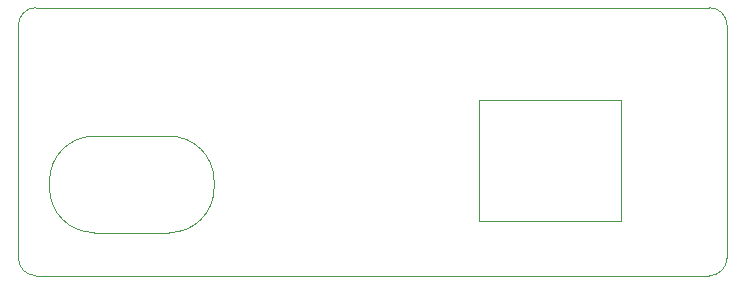
<source format=gbr>
%TF.GenerationSoftware,KiCad,Pcbnew,7.0.8*%
%TF.CreationDate,2023-10-31T13:23:19-04:00*%
%TF.ProjectId,panel2,70616e65-6c32-42e6-9b69-6361645f7063,rev?*%
%TF.SameCoordinates,Original*%
%TF.FileFunction,Profile,NP*%
%FSLAX46Y46*%
G04 Gerber Fmt 4.6, Leading zero omitted, Abs format (unit mm)*
G04 Created by KiCad (PCBNEW 7.0.8) date 2023-10-31 13:23:19*
%MOMM*%
%LPD*%
G01*
G04 APERTURE LIST*
%TA.AperFunction,Profile*%
%ADD10C,0.100000*%
%TD*%
G04 APERTURE END LIST*
D10*
X178060660Y-94189340D02*
G75*
G03*
X176560660Y-92689340I-1499960J40D01*
G01*
X127666286Y-103579340D02*
X124476286Y-103579340D01*
X169103092Y-100539340D02*
X157093092Y-100539340D01*
X157093092Y-110789340D02*
X169103092Y-110789340D01*
X124476286Y-111739340D02*
X127666286Y-111739340D01*
X176560660Y-115389260D02*
G75*
G03*
X178060660Y-113889340I40J1499960D01*
G01*
X157093092Y-100539340D02*
X157093092Y-110789340D01*
X119560660Y-92689260D02*
G75*
G03*
X118060660Y-94189340I40J-1500040D01*
G01*
X130856286Y-111739286D02*
G75*
G03*
X134636286Y-107959340I14J3779986D01*
G01*
X130856286Y-103579340D02*
X127666286Y-103579340D01*
X176560660Y-92689340D02*
X119560660Y-92689340D01*
X120696286Y-107359340D02*
X120696286Y-107959340D01*
X134636286Y-107959340D02*
X134636286Y-107359340D01*
X169103092Y-110789340D02*
X169103092Y-100539340D01*
X134636260Y-107359340D02*
G75*
G03*
X130856286Y-103579340I-3779960J40D01*
G01*
X120696260Y-107959340D02*
G75*
G03*
X124476286Y-111739340I3780040J40D01*
G01*
X178060660Y-113889340D02*
X178060660Y-94189340D01*
X118060660Y-113889340D02*
G75*
G03*
X119560660Y-115389340I1500040J40D01*
G01*
X118060660Y-94189340D02*
X118060660Y-113889340D01*
X124476286Y-103579286D02*
G75*
G03*
X120696286Y-107359340I14J-3780014D01*
G01*
X127666286Y-111739340D02*
X130856286Y-111739340D01*
X119560660Y-115389340D02*
X176560660Y-115389340D01*
M02*

</source>
